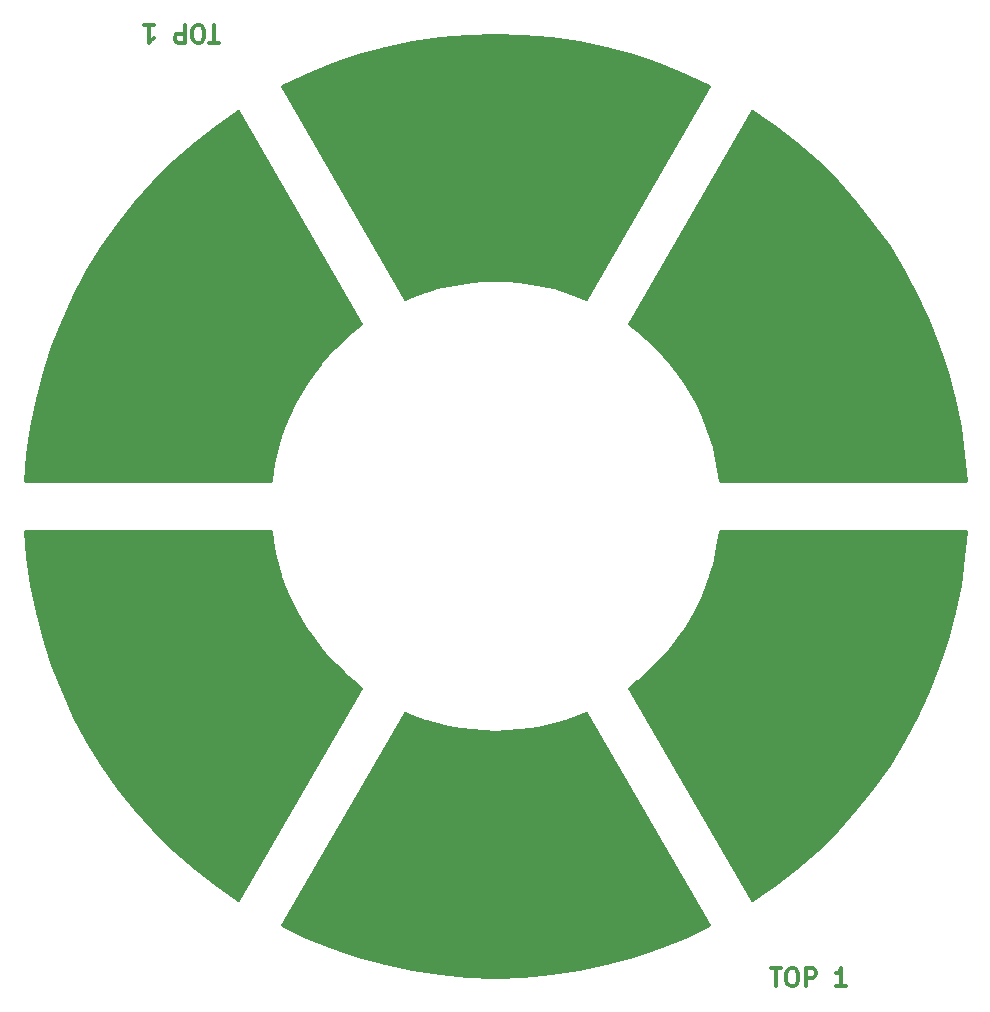
<source format=gtl>
G04 #@! TF.FileFunction,Copper,L1,Top,Signal*
%FSLAX46Y46*%
G04 Gerber Fmt 4.6, Leading zero omitted, Abs format (unit mm)*
G04 Created by KiCad (PCBNEW 4.0.2-stable) date Wed 20 Jul 2016 06:47:56 PM CEST*
%MOMM*%
G01*
G04 APERTURE LIST*
%ADD10C,0.100000*%
%ADD11C,0.300000*%
%ADD12C,1.500000*%
%ADD13C,0.254000*%
G04 APERTURE END LIST*
D10*
D11*
X76642857Y-60821429D02*
X75785714Y-60821429D01*
X76214285Y-59321429D02*
X76214285Y-60821429D01*
X75000000Y-60821429D02*
X74714286Y-60821429D01*
X74571428Y-60750000D01*
X74428571Y-60607143D01*
X74357143Y-60321429D01*
X74357143Y-59821429D01*
X74428571Y-59535714D01*
X74571428Y-59392857D01*
X74714286Y-59321429D01*
X75000000Y-59321429D01*
X75142857Y-59392857D01*
X75285714Y-59535714D01*
X75357143Y-59821429D01*
X75357143Y-60321429D01*
X75285714Y-60607143D01*
X75142857Y-60750000D01*
X75000000Y-60821429D01*
X73714285Y-59321429D02*
X73714285Y-60821429D01*
X73142857Y-60821429D01*
X72999999Y-60750000D01*
X72928571Y-60678571D01*
X72857142Y-60535714D01*
X72857142Y-60321429D01*
X72928571Y-60178571D01*
X72999999Y-60107143D01*
X73142857Y-60035714D01*
X73714285Y-60035714D01*
X70285714Y-59321429D02*
X71142857Y-59321429D01*
X70714285Y-59321429D02*
X70714285Y-60821429D01*
X70857142Y-60607143D01*
X71000000Y-60464286D01*
X71142857Y-60392857D01*
X123357143Y-139178571D02*
X124214286Y-139178571D01*
X123785715Y-140678571D02*
X123785715Y-139178571D01*
X125000000Y-139178571D02*
X125285714Y-139178571D01*
X125428572Y-139250000D01*
X125571429Y-139392857D01*
X125642857Y-139678571D01*
X125642857Y-140178571D01*
X125571429Y-140464286D01*
X125428572Y-140607143D01*
X125285714Y-140678571D01*
X125000000Y-140678571D01*
X124857143Y-140607143D01*
X124714286Y-140464286D01*
X124642857Y-140178571D01*
X124642857Y-139678571D01*
X124714286Y-139392857D01*
X124857143Y-139250000D01*
X125000000Y-139178571D01*
X126285715Y-140678571D02*
X126285715Y-139178571D01*
X126857143Y-139178571D01*
X127000001Y-139250000D01*
X127071429Y-139321429D01*
X127142858Y-139464286D01*
X127142858Y-139678571D01*
X127071429Y-139821429D01*
X127000001Y-139892857D01*
X126857143Y-139964286D01*
X126285715Y-139964286D01*
X129714286Y-140678571D02*
X128857143Y-140678571D01*
X129285715Y-140678571D02*
X129285715Y-139178571D01*
X129142858Y-139392857D01*
X129000000Y-139535714D01*
X128857143Y-139607143D01*
D12*
X92258330Y-119562178D03*
X87062178Y-116562178D03*
X86857695Y-83370835D03*
X92053848Y-80370835D03*
X121000000Y-97000000D03*
X121000000Y-103000000D03*
D13*
G36*
X139812570Y-102124450D02*
X139635604Y-104344027D01*
X139309119Y-106681679D01*
X138844889Y-108995905D01*
X138244539Y-111278606D01*
X137510165Y-113521804D01*
X136644356Y-115717597D01*
X135650133Y-117858323D01*
X134530983Y-119936470D01*
X133290823Y-121944767D01*
X131934024Y-123876135D01*
X130465306Y-125723857D01*
X128889831Y-127481438D01*
X127213134Y-129142701D01*
X125441059Y-130701859D01*
X123579826Y-132153436D01*
X121746113Y-133416473D01*
X111336037Y-115402480D01*
X112036446Y-114864874D01*
X112041610Y-114860690D01*
X112797638Y-114214814D01*
X112802577Y-114210366D01*
X113523780Y-113525822D01*
X113528479Y-113521122D01*
X114212881Y-112799785D01*
X114217328Y-112794845D01*
X114863055Y-112038690D01*
X114867238Y-112033525D01*
X115472522Y-111244624D01*
X115476428Y-111239246D01*
X116039610Y-110419759D01*
X116043230Y-110414185D01*
X116562769Y-109566356D01*
X116566092Y-109560600D01*
X117040563Y-108686752D01*
X117043581Y-108680830D01*
X117471687Y-107783356D01*
X117474390Y-107777285D01*
X117854957Y-106858644D01*
X117857340Y-106852439D01*
X118189325Y-105915145D01*
X118191379Y-105908824D01*
X118473875Y-104955446D01*
X118475596Y-104949026D01*
X118707827Y-103982174D01*
X118709209Y-103975673D01*
X118890540Y-102997996D01*
X118891581Y-102991431D01*
X119006957Y-102116056D01*
X139812570Y-102124450D01*
X139812570Y-102124450D01*
G37*
X139812570Y-102124450D02*
X139635604Y-104344027D01*
X139309119Y-106681679D01*
X138844889Y-108995905D01*
X138244539Y-111278606D01*
X137510165Y-113521804D01*
X136644356Y-115717597D01*
X135650133Y-117858323D01*
X134530983Y-119936470D01*
X133290823Y-121944767D01*
X131934024Y-123876135D01*
X130465306Y-125723857D01*
X128889831Y-127481438D01*
X127213134Y-129142701D01*
X125441059Y-130701859D01*
X123579826Y-132153436D01*
X121746113Y-133416473D01*
X111336037Y-115402480D01*
X112036446Y-114864874D01*
X112041610Y-114860690D01*
X112797638Y-114214814D01*
X112802577Y-114210366D01*
X113523780Y-113525822D01*
X113528479Y-113521122D01*
X114212881Y-112799785D01*
X114217328Y-112794845D01*
X114863055Y-112038690D01*
X114867238Y-112033525D01*
X115472522Y-111244624D01*
X115476428Y-111239246D01*
X116039610Y-110419759D01*
X116043230Y-110414185D01*
X116562769Y-109566356D01*
X116566092Y-109560600D01*
X117040563Y-108686752D01*
X117043581Y-108680830D01*
X117471687Y-107783356D01*
X117474390Y-107777285D01*
X117854957Y-106858644D01*
X117857340Y-106852439D01*
X118189325Y-105915145D01*
X118191379Y-105908824D01*
X118473875Y-104955446D01*
X118475596Y-104949026D01*
X118707827Y-103982174D01*
X118709209Y-103975673D01*
X118890540Y-102997996D01*
X118891581Y-102991431D01*
X119006957Y-102116056D01*
X139812570Y-102124450D01*
G36*
X81108419Y-102991431D02*
X81109460Y-102997996D01*
X81290791Y-103975673D01*
X81292173Y-103982174D01*
X81524404Y-104949026D01*
X81526125Y-104955446D01*
X81808621Y-105908824D01*
X81810675Y-105915145D01*
X82142660Y-106852439D01*
X82145043Y-106858644D01*
X82525610Y-107777285D01*
X82528313Y-107783356D01*
X82956419Y-108680830D01*
X82959437Y-108686752D01*
X83433908Y-109560600D01*
X83437231Y-109566356D01*
X83956770Y-110414185D01*
X83960390Y-110419759D01*
X84523572Y-111239246D01*
X84527478Y-111244624D01*
X85132762Y-112033525D01*
X85136945Y-112038690D01*
X85782672Y-112794845D01*
X85787119Y-112799785D01*
X86471521Y-113521122D01*
X86476220Y-113525822D01*
X87197423Y-114210366D01*
X87202362Y-114214814D01*
X87958390Y-114860690D01*
X87963554Y-114864874D01*
X88663963Y-115402480D01*
X78253887Y-133416473D01*
X76420174Y-132153436D01*
X74558941Y-130701859D01*
X72786866Y-129142701D01*
X71110169Y-127481438D01*
X69534694Y-125723857D01*
X68065976Y-123876135D01*
X66709177Y-121944767D01*
X65469017Y-119936470D01*
X64349867Y-117858323D01*
X63355644Y-115717597D01*
X62489835Y-113521804D01*
X61755461Y-111278606D01*
X61155111Y-108995905D01*
X60690881Y-106681679D01*
X60364396Y-104344027D01*
X60187430Y-102124450D01*
X80993043Y-102116056D01*
X81108419Y-102991431D01*
X81108419Y-102991431D01*
G37*
X81108419Y-102991431D02*
X81109460Y-102997996D01*
X81290791Y-103975673D01*
X81292173Y-103982174D01*
X81524404Y-104949026D01*
X81526125Y-104955446D01*
X81808621Y-105908824D01*
X81810675Y-105915145D01*
X82142660Y-106852439D01*
X82145043Y-106858644D01*
X82525610Y-107777285D01*
X82528313Y-107783356D01*
X82956419Y-108680830D01*
X82959437Y-108686752D01*
X83433908Y-109560600D01*
X83437231Y-109566356D01*
X83956770Y-110414185D01*
X83960390Y-110419759D01*
X84523572Y-111239246D01*
X84527478Y-111244624D01*
X85132762Y-112033525D01*
X85136945Y-112038690D01*
X85782672Y-112794845D01*
X85787119Y-112799785D01*
X86471521Y-113521122D01*
X86476220Y-113525822D01*
X87197423Y-114210366D01*
X87202362Y-114214814D01*
X87958390Y-114860690D01*
X87963554Y-114864874D01*
X88663963Y-115402480D01*
X78253887Y-133416473D01*
X76420174Y-132153436D01*
X74558941Y-130701859D01*
X72786866Y-129142701D01*
X71110169Y-127481438D01*
X69534694Y-125723857D01*
X68065976Y-123876135D01*
X66709177Y-121944767D01*
X65469017Y-119936470D01*
X64349867Y-117858323D01*
X63355644Y-115717597D01*
X62489835Y-113521804D01*
X61755461Y-111278606D01*
X61155111Y-108995905D01*
X60690881Y-106681679D01*
X60364396Y-104344027D01*
X60187430Y-102124450D01*
X80993043Y-102116056D01*
X81108419Y-102991431D01*
G36*
X88663963Y-84597520D02*
X87963554Y-85135126D01*
X87958390Y-85139310D01*
X87202362Y-85785186D01*
X87197423Y-85789634D01*
X86476220Y-86474178D01*
X86471521Y-86478878D01*
X85787119Y-87200215D01*
X85782672Y-87205155D01*
X85136945Y-87961310D01*
X85132762Y-87966475D01*
X84527478Y-88755376D01*
X84523572Y-88760754D01*
X83960390Y-89580241D01*
X83956770Y-89585815D01*
X83437231Y-90433644D01*
X83433908Y-90439400D01*
X82959437Y-91313248D01*
X82956419Y-91319170D01*
X82528313Y-92216644D01*
X82525610Y-92222715D01*
X82145043Y-93141356D01*
X82142660Y-93147561D01*
X81810675Y-94084855D01*
X81808621Y-94091176D01*
X81526125Y-95044554D01*
X81524404Y-95050974D01*
X81292173Y-96017826D01*
X81290791Y-96024327D01*
X81109460Y-97002004D01*
X81108419Y-97008569D01*
X80993043Y-97883944D01*
X60187430Y-97875550D01*
X60364396Y-95655973D01*
X60690881Y-93318321D01*
X61155111Y-91004095D01*
X61755461Y-88721394D01*
X62489835Y-86478196D01*
X63355644Y-84282403D01*
X64349867Y-82141677D01*
X65469017Y-80063530D01*
X66709177Y-78055233D01*
X68065976Y-76123865D01*
X69534694Y-74276143D01*
X71110169Y-72518562D01*
X72786866Y-70857299D01*
X74558941Y-69298141D01*
X76420174Y-67846564D01*
X78253887Y-66583527D01*
X88663963Y-84597520D01*
X88663963Y-84597520D01*
G37*
X88663963Y-84597520D02*
X87963554Y-85135126D01*
X87958390Y-85139310D01*
X87202362Y-85785186D01*
X87197423Y-85789634D01*
X86476220Y-86474178D01*
X86471521Y-86478878D01*
X85787119Y-87200215D01*
X85782672Y-87205155D01*
X85136945Y-87961310D01*
X85132762Y-87966475D01*
X84527478Y-88755376D01*
X84523572Y-88760754D01*
X83960390Y-89580241D01*
X83956770Y-89585815D01*
X83437231Y-90433644D01*
X83433908Y-90439400D01*
X82959437Y-91313248D01*
X82956419Y-91319170D01*
X82528313Y-92216644D01*
X82525610Y-92222715D01*
X82145043Y-93141356D01*
X82142660Y-93147561D01*
X81810675Y-94084855D01*
X81808621Y-94091176D01*
X81526125Y-95044554D01*
X81524404Y-95050974D01*
X81292173Y-96017826D01*
X81290791Y-96024327D01*
X81109460Y-97002004D01*
X81108419Y-97008569D01*
X80993043Y-97883944D01*
X60187430Y-97875550D01*
X60364396Y-95655973D01*
X60690881Y-93318321D01*
X61155111Y-91004095D01*
X61755461Y-88721394D01*
X62489835Y-86478196D01*
X63355644Y-84282403D01*
X64349867Y-82141677D01*
X65469017Y-80063530D01*
X66709177Y-78055233D01*
X68065976Y-76123865D01*
X69534694Y-74276143D01*
X71110169Y-72518562D01*
X72786866Y-70857299D01*
X74558941Y-69298141D01*
X76420174Y-67846564D01*
X78253887Y-66583527D01*
X88663963Y-84597520D01*
G36*
X102359287Y-60196916D02*
X104710349Y-60406260D01*
X107044856Y-60754342D01*
X109354704Y-61239954D01*
X111631759Y-61861386D01*
X113868067Y-62616468D01*
X116055756Y-63502542D01*
X118066457Y-64459079D01*
X107670920Y-82481465D01*
X106855134Y-82143696D01*
X106848929Y-82141315D01*
X105911571Y-81809513D01*
X105905250Y-81807460D01*
X104951816Y-81525152D01*
X104945396Y-81523432D01*
X103978499Y-81291391D01*
X103971997Y-81290010D01*
X102994284Y-81108871D01*
X102987720Y-81107832D01*
X102001869Y-80978092D01*
X101995259Y-80977397D01*
X101003971Y-80899410D01*
X100997333Y-80899062D01*
X100003323Y-80873043D01*
X99996677Y-80873043D01*
X99002667Y-80899062D01*
X98996029Y-80899410D01*
X98004741Y-80977397D01*
X97998131Y-80978092D01*
X97012280Y-81107832D01*
X97005716Y-81108871D01*
X96028003Y-81290010D01*
X96021501Y-81291391D01*
X95054604Y-81523432D01*
X95048184Y-81525152D01*
X94094750Y-81807460D01*
X94088429Y-81809513D01*
X93151071Y-82141315D01*
X93144866Y-82143696D01*
X92329080Y-82481465D01*
X81933543Y-64459079D01*
X83944244Y-63502542D01*
X86131933Y-62616468D01*
X88368241Y-61861386D01*
X90645296Y-61239954D01*
X92955144Y-60754342D01*
X95289651Y-60406260D01*
X97640713Y-60196916D01*
X100000000Y-60127055D01*
X102359287Y-60196916D01*
X102359287Y-60196916D01*
G37*
X102359287Y-60196916D02*
X104710349Y-60406260D01*
X107044856Y-60754342D01*
X109354704Y-61239954D01*
X111631759Y-61861386D01*
X113868067Y-62616468D01*
X116055756Y-63502542D01*
X118066457Y-64459079D01*
X107670920Y-82481465D01*
X106855134Y-82143696D01*
X106848929Y-82141315D01*
X105911571Y-81809513D01*
X105905250Y-81807460D01*
X104951816Y-81525152D01*
X104945396Y-81523432D01*
X103978499Y-81291391D01*
X103971997Y-81290010D01*
X102994284Y-81108871D01*
X102987720Y-81107832D01*
X102001869Y-80978092D01*
X101995259Y-80977397D01*
X101003971Y-80899410D01*
X100997333Y-80899062D01*
X100003323Y-80873043D01*
X99996677Y-80873043D01*
X99002667Y-80899062D01*
X98996029Y-80899410D01*
X98004741Y-80977397D01*
X97998131Y-80978092D01*
X97012280Y-81107832D01*
X97005716Y-81108871D01*
X96028003Y-81290010D01*
X96021501Y-81291391D01*
X95054604Y-81523432D01*
X95048184Y-81525152D01*
X94094750Y-81807460D01*
X94088429Y-81809513D01*
X93151071Y-82141315D01*
X93144866Y-82143696D01*
X92329080Y-82481465D01*
X81933543Y-64459079D01*
X83944244Y-63502542D01*
X86131933Y-62616468D01*
X88368241Y-61861386D01*
X90645296Y-61239954D01*
X92955144Y-60754342D01*
X95289651Y-60406260D01*
X97640713Y-60196916D01*
X100000000Y-60127055D01*
X102359287Y-60196916D01*
G36*
X123579826Y-67846564D02*
X125441059Y-69298141D01*
X127213134Y-70857299D01*
X128889831Y-72518562D01*
X130465306Y-74276143D01*
X131934024Y-76123865D01*
X133290823Y-78055233D01*
X134530983Y-80063530D01*
X135650133Y-82141677D01*
X136644356Y-84282403D01*
X137510165Y-86478196D01*
X138244539Y-88721394D01*
X138844889Y-91004095D01*
X139309119Y-93318321D01*
X139635604Y-95655973D01*
X139812570Y-97875550D01*
X119006957Y-97883944D01*
X118891581Y-97008569D01*
X118890540Y-97002004D01*
X118709209Y-96024327D01*
X118707827Y-96017826D01*
X118475596Y-95050974D01*
X118473875Y-95044554D01*
X118191379Y-94091176D01*
X118189325Y-94084855D01*
X117857340Y-93147561D01*
X117854957Y-93141356D01*
X117474390Y-92222715D01*
X117471687Y-92216644D01*
X117043581Y-91319170D01*
X117040563Y-91313248D01*
X116566092Y-90439400D01*
X116562769Y-90433644D01*
X116043230Y-89585815D01*
X116039610Y-89580241D01*
X115476428Y-88760754D01*
X115472522Y-88755376D01*
X114867238Y-87966475D01*
X114863055Y-87961310D01*
X114217328Y-87205155D01*
X114212881Y-87200215D01*
X113528479Y-86478878D01*
X113523780Y-86474178D01*
X112802577Y-85789634D01*
X112797638Y-85785186D01*
X112041610Y-85139310D01*
X112036446Y-85135126D01*
X111336037Y-84597520D01*
X121746113Y-66583527D01*
X123579826Y-67846564D01*
X123579826Y-67846564D01*
G37*
X123579826Y-67846564D02*
X125441059Y-69298141D01*
X127213134Y-70857299D01*
X128889831Y-72518562D01*
X130465306Y-74276143D01*
X131934024Y-76123865D01*
X133290823Y-78055233D01*
X134530983Y-80063530D01*
X135650133Y-82141677D01*
X136644356Y-84282403D01*
X137510165Y-86478196D01*
X138244539Y-88721394D01*
X138844889Y-91004095D01*
X139309119Y-93318321D01*
X139635604Y-95655973D01*
X139812570Y-97875550D01*
X119006957Y-97883944D01*
X118891581Y-97008569D01*
X118890540Y-97002004D01*
X118709209Y-96024327D01*
X118707827Y-96017826D01*
X118475596Y-95050974D01*
X118473875Y-95044554D01*
X118191379Y-94091176D01*
X118189325Y-94084855D01*
X117857340Y-93147561D01*
X117854957Y-93141356D01*
X117474390Y-92222715D01*
X117471687Y-92216644D01*
X117043581Y-91319170D01*
X117040563Y-91313248D01*
X116566092Y-90439400D01*
X116562769Y-90433644D01*
X116043230Y-89585815D01*
X116039610Y-89580241D01*
X115476428Y-88760754D01*
X115472522Y-88755376D01*
X114867238Y-87966475D01*
X114863055Y-87961310D01*
X114217328Y-87205155D01*
X114212881Y-87200215D01*
X113528479Y-86478878D01*
X113523780Y-86474178D01*
X112802577Y-85789634D01*
X112797638Y-85785186D01*
X112041610Y-85139310D01*
X112036446Y-85135126D01*
X111336037Y-84597520D01*
X121746113Y-66583527D01*
X123579826Y-67846564D01*
G36*
X118066457Y-135540921D02*
X116055756Y-136497458D01*
X113868067Y-137383532D01*
X111631759Y-138138614D01*
X109354704Y-138760046D01*
X107044856Y-139245658D01*
X104710349Y-139593740D01*
X102359287Y-139803084D01*
X100000000Y-139872945D01*
X97640713Y-139803084D01*
X95289651Y-139593740D01*
X92955144Y-139245658D01*
X90645296Y-138760046D01*
X88368241Y-138138614D01*
X86131933Y-137383532D01*
X83944244Y-136497458D01*
X81933543Y-135540921D01*
X92329080Y-117518535D01*
X93144866Y-117856304D01*
X93151071Y-117858685D01*
X94088429Y-118190487D01*
X94094750Y-118192540D01*
X95048184Y-118474848D01*
X95054604Y-118476568D01*
X96021501Y-118708609D01*
X96028003Y-118709990D01*
X97005716Y-118891129D01*
X97012280Y-118892168D01*
X97998131Y-119021908D01*
X98004741Y-119022603D01*
X98996029Y-119100590D01*
X99002667Y-119100938D01*
X99996677Y-119126957D01*
X100003323Y-119126957D01*
X100997333Y-119100938D01*
X101003971Y-119100590D01*
X101995259Y-119022603D01*
X102001869Y-119021908D01*
X102987720Y-118892168D01*
X102994284Y-118891129D01*
X103971997Y-118709990D01*
X103978499Y-118708609D01*
X104945396Y-118476568D01*
X104951816Y-118474848D01*
X105905250Y-118192540D01*
X105911571Y-118190487D01*
X106848929Y-117858685D01*
X106855134Y-117856304D01*
X107670920Y-117518535D01*
X118066457Y-135540921D01*
X118066457Y-135540921D01*
G37*
X118066457Y-135540921D02*
X116055756Y-136497458D01*
X113868067Y-137383532D01*
X111631759Y-138138614D01*
X109354704Y-138760046D01*
X107044856Y-139245658D01*
X104710349Y-139593740D01*
X102359287Y-139803084D01*
X100000000Y-139872945D01*
X97640713Y-139803084D01*
X95289651Y-139593740D01*
X92955144Y-139245658D01*
X90645296Y-138760046D01*
X88368241Y-138138614D01*
X86131933Y-137383532D01*
X83944244Y-136497458D01*
X81933543Y-135540921D01*
X92329080Y-117518535D01*
X93144866Y-117856304D01*
X93151071Y-117858685D01*
X94088429Y-118190487D01*
X94094750Y-118192540D01*
X95048184Y-118474848D01*
X95054604Y-118476568D01*
X96021501Y-118708609D01*
X96028003Y-118709990D01*
X97005716Y-118891129D01*
X97012280Y-118892168D01*
X97998131Y-119021908D01*
X98004741Y-119022603D01*
X98996029Y-119100590D01*
X99002667Y-119100938D01*
X99996677Y-119126957D01*
X100003323Y-119126957D01*
X100997333Y-119100938D01*
X101003971Y-119100590D01*
X101995259Y-119022603D01*
X102001869Y-119021908D01*
X102987720Y-118892168D01*
X102994284Y-118891129D01*
X103971997Y-118709990D01*
X103978499Y-118708609D01*
X104945396Y-118476568D01*
X104951816Y-118474848D01*
X105905250Y-118192540D01*
X105911571Y-118190487D01*
X106848929Y-117858685D01*
X106855134Y-117856304D01*
X107670920Y-117518535D01*
X118066457Y-135540921D01*
M02*

</source>
